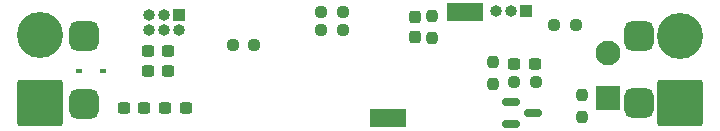
<source format=gbr>
G04 #@! TF.GenerationSoftware,KiCad,Pcbnew,(6.0.0)*
G04 #@! TF.CreationDate,2022-01-12T21:25:53+03:00*
G04 #@! TF.ProjectId,svet,73766574-2e6b-4696-9361-645f70636258,rev?*
G04 #@! TF.SameCoordinates,Original*
G04 #@! TF.FileFunction,Soldermask,Bot*
G04 #@! TF.FilePolarity,Negative*
%FSLAX46Y46*%
G04 Gerber Fmt 4.6, Leading zero omitted, Abs format (unit mm)*
G04 Created by KiCad (PCBNEW (6.0.0)) date 2022-01-12 21:25:53*
%MOMM*%
%LPD*%
G01*
G04 APERTURE LIST*
G04 Aperture macros list*
%AMRoundRect*
0 Rectangle with rounded corners*
0 $1 Rounding radius*
0 $2 $3 $4 $5 $6 $7 $8 $9 X,Y pos of 4 corners*
0 Add a 4 corners polygon primitive as box body*
4,1,4,$2,$3,$4,$5,$6,$7,$8,$9,$2,$3,0*
0 Add four circle primitives for the rounded corners*
1,1,$1+$1,$2,$3*
1,1,$1+$1,$4,$5*
1,1,$1+$1,$6,$7*
1,1,$1+$1,$8,$9*
0 Add four rect primitives between the rounded corners*
20,1,$1+$1,$2,$3,$4,$5,0*
20,1,$1+$1,$4,$5,$6,$7,0*
20,1,$1+$1,$6,$7,$8,$9,0*
20,1,$1+$1,$8,$9,$2,$3,0*%
G04 Aperture macros list end*
%ADD10RoundRect,0.250002X1.699998X-1.699998X1.699998X1.699998X-1.699998X1.699998X-1.699998X-1.699998X0*%
%ADD11C,3.900000*%
%ADD12R,1.000000X1.000000*%
%ADD13O,1.000000X1.000000*%
%ADD14R,1.500000X1.500000*%
%ADD15RoundRect,0.250001X0.799999X-0.799999X0.799999X0.799999X-0.799999X0.799999X-0.799999X-0.799999X0*%
%ADD16C,2.100000*%
%ADD17RoundRect,0.625000X0.625000X-0.625000X0.625000X0.625000X-0.625000X0.625000X-0.625000X-0.625000X0*%
%ADD18RoundRect,0.150000X-0.587500X-0.150000X0.587500X-0.150000X0.587500X0.150000X-0.587500X0.150000X0*%
%ADD19RoundRect,0.237500X-0.300000X-0.237500X0.300000X-0.237500X0.300000X0.237500X-0.300000X0.237500X0*%
%ADD20RoundRect,0.237500X0.250000X0.237500X-0.250000X0.237500X-0.250000X-0.237500X0.250000X-0.237500X0*%
%ADD21RoundRect,0.237500X-0.250000X-0.237500X0.250000X-0.237500X0.250000X0.237500X-0.250000X0.237500X0*%
%ADD22RoundRect,0.237500X0.300000X0.237500X-0.300000X0.237500X-0.300000X-0.237500X0.300000X-0.237500X0*%
%ADD23RoundRect,0.237500X0.237500X-0.250000X0.237500X0.250000X-0.237500X0.250000X-0.237500X-0.250000X0*%
%ADD24R,0.600000X0.450000*%
%ADD25RoundRect,0.237500X0.237500X-0.300000X0.237500X0.300000X-0.237500X0.300000X-0.237500X-0.300000X0*%
G04 APERTURE END LIST*
D10*
G04 #@! TO.C,J1*
X141000000Y-61965000D03*
D11*
X141000000Y-56250000D03*
G04 #@! TD*
D12*
G04 #@! TO.C,J5*
X127952500Y-54135000D03*
D13*
X126682500Y-54135000D03*
X125412500Y-54135000D03*
G04 #@! TD*
D10*
G04 #@! TO.C,J7*
X86800000Y-61915000D03*
D11*
X86800000Y-56200000D03*
G04 #@! TD*
D14*
G04 #@! TO.C,J4*
X115500000Y-63250000D03*
X117000000Y-63250000D03*
G04 #@! TD*
D15*
G04 #@! TO.C,J6*
X134900000Y-61560000D03*
D16*
X134900000Y-57750000D03*
G04 #@! TD*
D12*
G04 #@! TO.C,J2*
X98540000Y-54500000D03*
D13*
X98540000Y-55770000D03*
X97270000Y-54500000D03*
X97270000Y-55770000D03*
X96000000Y-54500000D03*
X96000000Y-55770000D03*
G04 #@! TD*
D14*
G04 #@! TO.C,J3*
X123500000Y-54250000D03*
X122000000Y-54250000D03*
G04 #@! TD*
D17*
G04 #@! TO.C,J8*
X90470000Y-62000000D03*
X90470000Y-56285000D03*
G04 #@! TD*
D18*
G04 #@! TO.C,D2*
X126662500Y-63750000D03*
X126662500Y-61850000D03*
X128537500Y-62800000D03*
G04 #@! TD*
D19*
G04 #@! TO.C,C6*
X126945000Y-58600000D03*
X128670000Y-58600000D03*
G04 #@! TD*
D20*
G04 #@! TO.C,R6*
X128770000Y-60200000D03*
X126945000Y-60200000D03*
G04 #@! TD*
D21*
G04 #@! TO.C,R2*
X103087500Y-57000000D03*
X104912500Y-57000000D03*
G04 #@! TD*
D22*
G04 #@! TO.C,C2*
X97612500Y-57500000D03*
X95887500Y-57500000D03*
G04 #@! TD*
D19*
G04 #@! TO.C,C10*
X95887500Y-59250000D03*
X97612500Y-59250000D03*
G04 #@! TD*
D17*
G04 #@! TO.C,J9*
X137500000Y-61950000D03*
X137500000Y-56235000D03*
G04 #@! TD*
D23*
G04 #@! TO.C,R10*
X125100000Y-60312500D03*
X125100000Y-58487500D03*
G04 #@! TD*
G04 #@! TO.C,R9*
X120000000Y-56412500D03*
X120000000Y-54587500D03*
G04 #@! TD*
D20*
G04 #@! TO.C,R8*
X112412500Y-54250000D03*
X110587500Y-54250000D03*
G04 #@! TD*
D19*
G04 #@! TO.C,C5*
X93887500Y-62400000D03*
X95612500Y-62400000D03*
G04 #@! TD*
D20*
G04 #@! TO.C,R4*
X132125000Y-55300000D03*
X130300000Y-55300000D03*
G04 #@! TD*
G04 #@! TO.C,R7*
X112412500Y-55750000D03*
X110587500Y-55750000D03*
G04 #@! TD*
D23*
G04 #@! TO.C,R1*
X132700000Y-63112500D03*
X132700000Y-61287500D03*
G04 #@! TD*
D22*
G04 #@! TO.C,C4*
X99112500Y-62400000D03*
X97387500Y-62400000D03*
G04 #@! TD*
D24*
G04 #@! TO.C,D3*
X92150000Y-59200000D03*
X90050000Y-59200000D03*
G04 #@! TD*
D25*
G04 #@! TO.C,C7*
X118500000Y-56362500D03*
X118500000Y-54637500D03*
G04 #@! TD*
M02*

</source>
